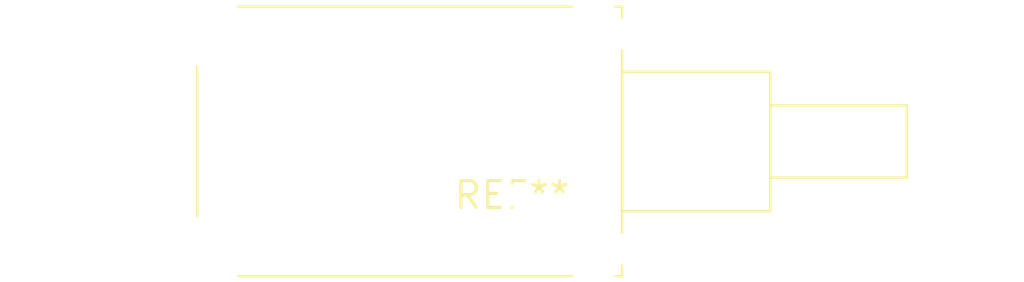
<source format=kicad_pcb>
(kicad_pcb (version 20240108) (generator pcbnew)
  (layers (0 "F.Cu" signal) (31 "B.Cu" signal) (34 "B.Paste" user) (35 "F.Paste" user) (36 "B.SilkS" user "B.Silkscreen") (37 "F.SilkS" user "F.Silkscreen") (38 "B.Mask" user) (39 "F.Mask" user) (44 "Edge.Cuts" user))
  (net 0 "")
  (footprint "Potentiometer_Vishay_148E-149E_Dual_Horizontal" (layer "F.Cu") (at 0 0)
    (property "Reference" "REF**")
    (property "Value" "Potentiometer_Vishay_148E-149E_Dual_Horizontal")
    (fp_line (start -14.88 -6.065) (end -14.88 0.985) (layer "F.SilkS") (stroke (width 0.12)))
    (fp_line (start -12.937 -8.91) (end 2.817 -8.91) (layer "F.SilkS") (stroke (width 0.12)))
    (fp_line (start -12.937 3.83) (end 2.817 3.83) (layer "F.SilkS") (stroke (width 0.12)))
    (fp_line (start 4.884 -8.91) (end 5.2 -8.91) (layer "F.SilkS") (stroke (width 0.12)))
    (fp_line (start 4.884 3.83) (end 5.2 3.83) (layer "F.SilkS") (stroke (width 0.12)))
    (fp_line (start 5.2 -8.91) (end 5.2 -8.405) (layer "F.SilkS") (stroke (width 0.12)))
    (fp_line (start 5.2 -6.836) (end 5.2 1.756) (layer "F.SilkS") (stroke (width 0.12)))
    (fp_line (start 5.2 -5.835) (end 5.2 0.755) (layer "F.SilkS") (stroke (width 0.12)))
    (fp_line (start 5.2 -5.835) (end 12.2 -5.835) (layer "F.SilkS") (stroke (width 0.12)))
    (fp_line (start 5.2 0.755) (end 12.2 0.755) (layer "F.SilkS") (stroke (width 0.12)))
    (fp_line (start 5.2 3.326) (end 5.2 3.83) (layer "F.SilkS") (stroke (width 0.12)))
    (fp_line (start 12.2 -5.835) (end 12.2 0.755) (layer "F.SilkS") (stroke (width 0.12)))
    (fp_line (start 12.2 -4.244) (end 12.2 -0.835) (layer "F.SilkS") (stroke (width 0.12)))
    (fp_line (start 12.2 -4.244) (end 18.65 -4.244) (layer "F.SilkS") (stroke (width 0.12)))
    (fp_line (start 12.2 -0.835) (end 18.65 -0.835) (layer "F.SilkS") (stroke (width 0.12)))
    (fp_line (start 18.65 -4.244) (end 18.65 -0.835) (layer "F.SilkS") (stroke (width 0.12)))
    (pad "" thru_hole circle (at -13.97 -7.62) (size 2.6 2.6) (drill 1.3) (layers *.Cu *.Mask) (remove_unused_layers))
    (pad "" thru_hole circle (at -13.97 2.54) (size 2.6 2.6) (drill 1.3) (layers *.Cu *.Mask) (remove_unused_layers))
    (pad "" thru_hole circle (at 3.85 -7.62) (size 2.6 2.6) (drill 1.3) (layers *.Cu *.Mask) (remove_unused_layers))
    (pad "" thru_hole circle (at 3.85 2.54) (size 2.6 2.6) (drill 1.3) (layers *.Cu *.Mask) (remove_unused_layers))
    (pad "1" thru_hole circle (at 0 0) (size 1.8 1.8) (drill 1) (layers *.Cu *.Mask) (remove_unused_layers))
    (pad "2" thru_hole circle (at 0 -2.54) (size 1.8 1.8) (drill 1) (layers *.Cu *.Mask) (remove_unused_layers))
    (pad "3" thru_hole circle (at 0 -5.08) (size 1.8 1.8) (drill 1) (layers *.Cu *.Mask) (remove_unused_layers))
    (pad "4" thru_hole circle (at -7.62 0) (size 1.8 1.8) (drill 1) (layers *.Cu *.Mask) (remove_unused_layers))
    (pad "5" thru_hole circle (at -7.62 -2.54) (size 1.8 1.8) (drill 1) (layers *.Cu *.Mask) (remove_unused_layers))
    (pad "6" thru_hole circle (at -7.62 -5.08) (size 1.8 1.8) (drill 1) (layers *.Cu *.Mask) (remove_unused_layers))
  )
)
</source>
